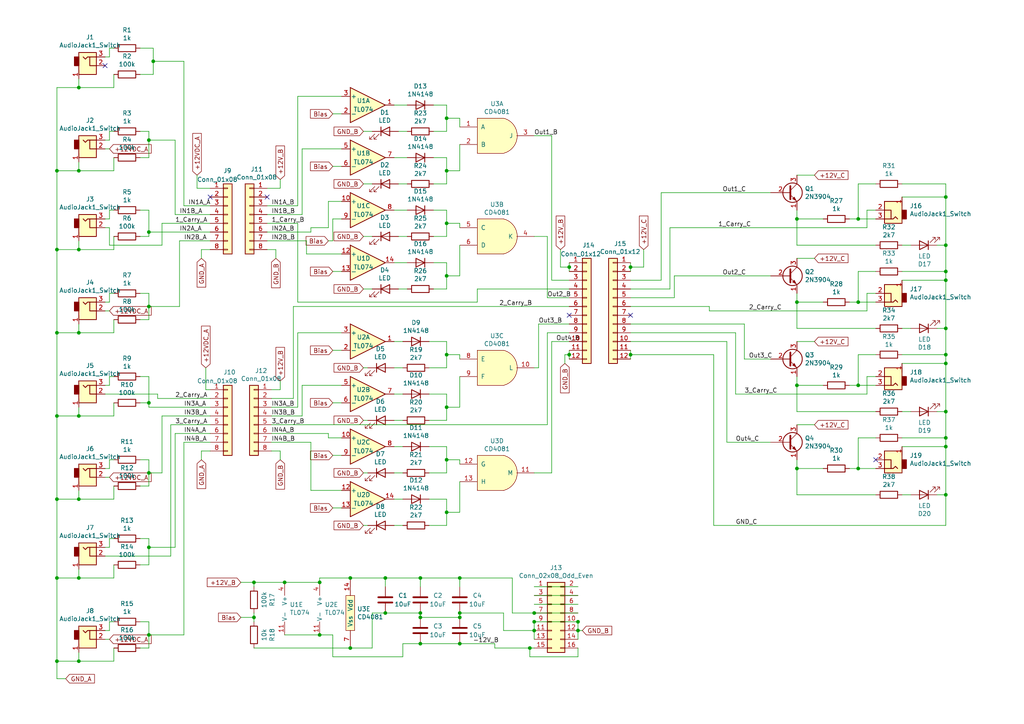
<source format=kicad_sch>
(kicad_sch (version 20250114) (generator "eeschema") (generator_version "9.0")
  (paper "A4")
  (junction (at 274.32 95.25))
  (junction (at 101.6 187.96))
  (junction (at 167.64 180.34))
  (junction (at 154.94 182.88))
  (junction (at 248.92 87.63))
  (junction (at 16.51 144.78))
  (junction (at 22.86 96.52))
  (junction (at 92.71 184.15))
  (junction (at 133.35 186.69))
  (junction (at 153.67 187.96))
  (junction (at 274.32 127))
  (junction (at 154.94 177.8))
  (junction (at 274.32 105.41))
  (junction (at 274.32 78.74))
  (junction (at 22.86 167.64))
  (junction (at 22.86 144.78))
  (junction (at 231.14 87.63))
  (junction (at 182.88 102.87))
  (junction (at 121.92 186.69))
  (junction (at 154.94 180.34))
  (junction (at 129.54 102.87))
  (junction (at 248.92 135.89))
  (junction (at 22.86 49.53))
  (junction (at 22.86 191.77))
  (junction (at 129.54 64.77))
  (junction (at 129.54 133.35))
  (junction (at 133.35 177.8))
  (junction (at 43.18 137.16))
  (junction (at 44.45 17.78))
  (junction (at 43.18 184.15))
  (junction (at 274.32 119.38))
  (junction (at 82.55 168.91))
  (junction (at 165.1 102.87))
  (junction (at 248.92 63.5))
  (junction (at 133.35 167.64))
  (junction (at 274.32 81.28))
  (junction (at 43.18 116.84))
  (junction (at 22.86 120.65))
  (junction (at 43.18 40.64))
  (junction (at 248.92 111.76))
  (junction (at 274.32 102.87))
  (junction (at 16.51 96.52))
  (junction (at 16.51 49.53))
  (junction (at 129.54 34.29))
  (junction (at 129.54 148.59))
  (junction (at 73.66 168.91))
  (junction (at 16.51 120.65))
  (junction (at 22.86 25.4))
  (junction (at 129.54 49.53))
  (junction (at 16.51 167.64))
  (junction (at 121.92 177.8))
  (junction (at 129.54 118.11))
  (junction (at 274.32 71.12))
  (junction (at 231.14 135.89))
  (junction (at 274.32 57.15))
  (junction (at 165.1 77.47))
  (junction (at 182.88 77.47))
  (junction (at 121.92 179.07))
  (junction (at 111.76 167.64))
  (junction (at 43.18 88.9))
  (junction (at 231.14 111.76))
  (junction (at 231.14 63.5))
  (junction (at 43.18 67.31))
  (junction (at 101.6 167.64))
  (junction (at 22.86 72.39))
  (junction (at 16.51 191.77))
  (junction (at 43.18 158.75))
  (junction (at 111.76 177.8))
  (junction (at 274.32 129.54))
  (junction (at 129.54 80.01))
  (junction (at 92.71 168.91))
  (junction (at 16.51 72.39))
  (junction (at 121.92 167.64))
  (junction (at 274.32 143.51))
  (junction (at 167.64 182.88))
  (junction (at 133.35 179.07))
  (junction (at 73.66 179.07))
  (no_connect (at 77.47 57.15))
  (no_connect (at 30.48 19.05))
  (no_connect (at 60.96 57.15))
  (no_connect (at 182.88 91.44))
  (no_connect (at 254 133.35))
  (no_connect (at 165.1 91.44))
  (wire (pts (xy 90.17 66.04) (xy 95.25 66.04)))
  (wire (pts (xy 254 85.09) (xy 251.46 85.09)))
  (wire (pts (xy 125.73 76.2) (xy 129.54 76.2)))
  (wire (pts (xy 31.75 156.21) (xy 33.02 156.21)))
  (wire (pts (xy 78.74 120.65) (xy 87.63 120.65)))
  (wire (pts (xy 87.63 43.18) (xy 99.06 43.18)))
  (wire (pts (xy 31.75 71.12) (xy 31.75 66.04)))
  (wire (pts (xy 87.63 111.76) (xy 87.63 120.65)))
  (wire (pts (xy 129.54 118.11) (xy 129.54 121.92)))
  (wire (pts (xy 248.92 63.5) (xy 254 63.5)))
  (wire (pts (xy 248.92 87.63) (xy 254 87.63)))
  (wire (pts (xy 86.36 118.11) (xy 86.36 96.52)))
  (wire (pts (xy 77.47 62.23) (xy 87.63 62.23)))
  (wire (pts (xy 146.05 177.8) (xy 146.05 182.88)))
  (wire (pts (xy 231.14 50.8) (xy 236.22 50.8)))
  (wire (pts (xy 77.47 67.31) (xy 90.17 67.31)))
  (wire (pts (xy 22.86 93.98) (xy 22.86 96.52)))
  (wire (pts (xy 254 78.74) (xy 248.92 78.74)))
  (wire (pts (xy 82.55 184.15) (xy 92.71 184.15)))
  (wire (pts (xy 167.64 177.8) (xy 154.94 177.8)))
  (wire (pts (xy 31.75 85.09) (xy 33.02 85.09)))
  (wire (pts (xy 248.92 78.74) (xy 248.92 87.63)))
  (wire (pts (xy 52.07 88.9) (xy 43.18 88.9)))
  (wire (pts (xy 248.92 102.87) (xy 248.92 111.76)))
  (wire (pts (xy 46.99 137.16) (xy 43.18 137.16)))
  (wire (pts (xy 129.54 129.54) (xy 129.54 133.35)))
  (wire (pts (xy 167.64 175.26) (xy 154.94 175.26)))
  (wire (pts (xy 31.75 13.97) (xy 33.02 13.97)))
  (wire (pts (xy 160.02 81.28) (xy 160.02 39.37)))
  (wire (pts (xy 22.86 120.65) (xy 33.02 120.65)))
  (wire (pts (xy 30.48 111.76) (xy 31.75 111.76)))
  (wire (pts (xy 133.35 49.53) (xy 133.35 41.91)))
  (wire (pts (xy 22.86 142.24) (xy 22.86 144.78)))
  (wire (pts (xy 129.54 121.92) (xy 124.46 121.92)))
  (wire (pts (xy 92.71 184.15) (xy 96.52 184.15)))
  (wire (pts (xy 207.01 152.4) (xy 274.32 152.4)))
  (wire (pts (xy 186.69 72.39) (xy 186.69 77.47)))
  (wire (pts (xy 45.72 115.57) (xy 60.96 115.57)))
  (wire (pts (xy 85.09 88.9) (xy 85.09 115.57)))
  (wire (pts (xy 215.9 104.14) (xy 223.52 104.14)))
  (wire (pts (xy 210.82 99.06) (xy 210.82 128.27)))
  (wire (pts (xy 158.75 96.52) (xy 165.1 96.52)))
  (wire (pts (xy 22.86 49.53) (xy 33.02 49.53)))
  (wire (pts (xy 254 71.12) (xy 231.14 71.12)))
  (wire (pts (xy 59.69 113.03) (xy 59.69 106.68)))
  (wire (pts (xy 99.06 116.84) (xy 96.52 116.84)))
  (wire (pts (xy 165.1 83.82) (xy 138.43 83.82)))
  (wire (pts (xy 33.02 21.59) (xy 33.02 25.4)))
  (wire (pts (xy 40.64 38.1) (xy 43.18 38.1)))
  (wire (pts (xy 60.96 120.65) (xy 46.99 120.65)))
  (wire (pts (xy 133.35 36.83) (xy 133.35 34.29)))
  (wire (pts (xy 31.75 158.75) (xy 31.75 156.21)))
  (wire (pts (xy 22.86 25.4) (xy 33.02 25.4)))
  (wire (pts (xy 22.86 191.77) (xy 33.02 191.77)))
  (wire (pts (xy 133.35 80.01) (xy 133.35 71.12)))
  (wire (pts (xy 129.54 99.06) (xy 129.54 102.87)))
  (wire (pts (xy 118.11 68.58) (xy 115.57 68.58)))
  (wire (pts (xy 43.18 133.35) (xy 43.18 137.16)))
  (wire (pts (xy 31.75 40.64) (xy 31.75 38.1)))
  (wire (pts (xy 121.92 186.69) (xy 133.35 186.69)))
  (wire (pts (xy 46.99 71.12) (xy 31.75 71.12)))
  (wire (pts (xy 158.75 68.58) (xy 158.75 86.36)))
  (wire (pts (xy 261.62 143.51) (xy 264.16 143.51)))
  (wire (pts (xy 114.3 30.48) (xy 118.11 30.48)))
  (wire (pts (xy 86.36 96.52) (xy 99.06 96.52)))
  (wire (pts (xy 96.52 69.85) (xy 95.25 69.85)))
  (wire (pts (xy 165.1 101.6) (xy 165.1 102.87)))
  (wire (pts (xy 124.46 129.54) (xy 129.54 129.54)))
  (wire (pts (xy 133.35 34.29) (xy 129.54 34.29)))
  (wire (pts (xy 254 109.22) (xy 251.46 109.22)))
  (wire (pts (xy 107.95 68.58) (xy 105.41 68.58)))
  (wire (pts (xy 22.86 96.52) (xy 16.51 96.52)))
  (wire (pts (xy 22.86 69.85) (xy 22.86 72.39)))
  (wire (pts (xy 165.1 77.47) (xy 165.1 76.2)))
  (wire (pts (xy 251.46 85.09) (xy 251.46 90.17)))
  (wire (pts (xy 261.62 78.74) (xy 274.32 78.74)))
  (wire (pts (xy 194.31 66.04) (xy 194.31 83.82)))
  (wire (pts (xy 85.09 115.57) (xy 78.74 115.57)))
  (wire (pts (xy 274.32 57.15) (xy 274.32 71.12)))
  (wire (pts (xy 143.51 186.69) (xy 133.35 186.69)))
  (wire (pts (xy 129.54 68.58) (xy 125.73 68.58)))
  (wire (pts (xy 92.71 167.64) (xy 101.6 167.64)))
  (wire (pts (xy 78.74 130.81) (xy 81.28 130.81)))
  (wire (pts (xy 30.48 182.88) (xy 31.75 182.88)))
  (wire (pts (xy 160.02 99.06) (xy 165.1 99.06)))
  (wire (pts (xy 30.48 43.18) (xy 31.75 43.18)))
  (wire (pts (xy 43.18 40.64) (xy 50.8 40.64)))
  (wire (pts (xy 22.86 22.86) (xy 22.86 25.4)))
  (wire (pts (xy 124.46 99.06) (xy 129.54 99.06)))
  (wire (pts (xy 129.54 102.87) (xy 129.54 106.68)))
  (wire (pts (xy 162.56 72.39) (xy 162.56 77.47)))
  (wire (pts (xy 129.54 144.78) (xy 129.54 148.59)))
  (wire (pts (xy 50.8 40.64) (xy 50.8 62.23)))
  (wire (pts (xy 138.43 87.63) (xy 86.36 87.63)))
  (wire (pts (xy 31.75 111.76) (xy 31.75 109.22)))
  (wire (pts (xy 57.15 54.61) (xy 57.15 50.8)))
  (wire (pts (xy 111.76 177.8) (xy 121.92 177.8)))
  (wire (pts (xy 16.51 144.78) (xy 16.51 167.64)))
  (wire (pts (xy 133.35 177.8) (xy 146.05 177.8)))
  (wire (pts (xy 116.84 106.68) (xy 114.3 106.68)))
  (wire (pts (xy 238.76 87.63) (xy 231.14 87.63)))
  (wire (pts (xy 160.02 39.37) (xy 154.94 39.37)))
  (wire (pts (xy 114.3 144.78) (xy 116.84 144.78)))
  (wire (pts (xy 274.32 127) (xy 274.32 129.54)))
  (wire (pts (xy 133.35 64.77) (xy 133.35 66.04)))
  (wire (pts (xy 31.75 87.63) (xy 31.75 85.09)))
  (wire (pts (xy 77.47 69.85) (xy 88.9 69.85)))
  (wire (pts (xy 22.86 167.64) (xy 33.02 167.64)))
  (wire (pts (xy 118.11 38.1) (xy 115.57 38.1)))
  (wire (pts (xy 118.11 83.82) (xy 115.57 83.82)))
  (wire (pts (xy 60.96 62.23) (xy 50.8 62.23)))
  (wire (pts (xy 254 102.87) (xy 248.92 102.87)))
  (wire (pts (xy 80.01 72.39) (xy 80.01 74.93)))
  (wire (pts (xy 33.02 68.58) (xy 33.02 72.39)))
  (wire (pts (xy 22.86 118.11) (xy 22.86 120.65)))
  (wire (pts (xy 52.07 69.85) (xy 52.07 88.9)))
  (wire (pts (xy 101.6 187.96) (xy 73.66 187.96)))
  (wire (pts (xy 231.14 71.12) (xy 231.14 63.5)))
  (wire (pts (xy 60.96 72.39) (xy 58.42 72.39)))
  (wire (pts (xy 31.75 180.34) (xy 33.02 180.34)))
  (wire (pts (xy 40.64 13.97) (xy 44.45 13.97)))
  (wire (pts (xy 44.45 21.59) (xy 40.64 21.59)))
  (wire (pts (xy 116.84 137.16) (xy 114.3 137.16)))
  (wire (pts (xy 231.14 74.93) (xy 236.22 74.93)))
  (wire (pts (xy 53.34 17.78) (xy 53.34 59.69)))
  (wire (pts (xy 143.51 187.96) (xy 143.51 186.69)))
  (wire (pts (xy 274.32 143.51) (xy 274.32 129.54)))
  (wire (pts (xy 154.94 187.96) (xy 153.67 187.96)))
  (wire (pts (xy 16.51 25.4) (xy 16.51 49.53)))
  (wire (pts (xy 236.22 123.19) (xy 231.14 123.19)))
  (wire (pts (xy 261.62 57.15) (xy 274.32 57.15)))
  (wire (pts (xy 129.54 118.11) (xy 133.35 118.11)))
  (wire (pts (xy 274.32 105.41) (xy 261.62 105.41)))
  (wire (pts (xy 160.02 137.16) (xy 160.02 99.06)))
  (wire (pts (xy 86.36 64.77) (xy 86.36 87.63)))
  (wire (pts (xy 60.96 67.31) (xy 43.18 67.31)))
  (wire (pts (xy 81.28 52.07) (xy 81.28 54.61)))
  (wire (pts (xy 133.35 104.14) (xy 133.35 102.87)))
  (wire (pts (xy 43.18 180.34) (xy 43.18 184.15)))
  (wire (pts (xy 43.18 118.11) (xy 43.18 116.84)))
  (wire (pts (xy 133.35 133.35) (xy 129.54 133.35)))
  (wire (pts (xy 129.54 148.59) (xy 133.35 148.59)))
  (wire (pts (xy 165.1 78.74) (xy 165.1 77.47)))
  (wire (pts (xy 31.75 16.51) (xy 31.75 13.97)))
  (wire (pts (xy 86.36 27.94) (xy 99.06 27.94)))
  (wire (pts (xy 246.38 111.76) (xy 248.92 111.76)))
  (wire (pts (xy 129.54 30.48) (xy 129.54 34.29)))
  (wire (pts (xy 231.14 143.51) (xy 231.14 135.89)))
  (wire (pts (xy 106.68 106.68) (xy 105.41 106.68)))
  (wire (pts (xy 274.32 81.28) (xy 261.62 81.28)))
  (wire (pts (xy 165.1 81.28) (xy 160.02 81.28)))
  (wire (pts (xy 121.92 179.07) (xy 133.35 179.07)))
  (wire (pts (xy 129.54 80.01) (xy 129.54 83.82)))
  (wire (pts (xy 106.68 152.4) (xy 105.41 152.4)))
  (wire (pts (xy 22.86 49.53) (xy 16.51 49.53)))
  (wire (pts (xy 274.32 105.41) (xy 274.32 119.38)))
  (wire (pts (xy 274.32 78.74) (xy 274.32 81.28)))
  (wire (pts (xy 121.92 167.64) (xy 121.92 170.18)))
  (wire (pts (xy 129.54 137.16) (xy 124.46 137.16)))
  (wire (pts (xy 44.45 17.78) (xy 53.34 17.78)))
  (wire (pts (xy 31.75 133.35) (xy 33.02 133.35)))
  (wire (pts (xy 261.62 102.87) (xy 274.32 102.87)))
  (wire (pts (xy 153.67 187.96) (xy 153.67 190.5)))
  (wire (pts (xy 133.35 177.8) (xy 133.35 179.07)))
  (wire (pts (xy 95.25 127) (xy 99.06 127)))
  (wire (pts (xy 182.88 96.52) (xy 213.36 96.52)))
  (wire (pts (xy 60.96 128.27) (xy 53.34 128.27)))
  (wire (pts (xy 254 60.96) (xy 251.46 60.96)))
  (wire (pts (xy 22.86 25.4) (xy 16.51 25.4)))
  (wire (pts (xy 78.74 128.27) (xy 90.17 128.27)))
  (wire (pts (xy 114.3 129.54) (xy 116.84 129.54)))
  (wire (pts (xy 16.51 49.53) (xy 16.51 72.39)))
  (wire (pts (xy 69.85 179.07) (xy 73.66 179.07)))
  (wire (pts (xy 129.54 106.68) (xy 124.46 106.68)))
  (wire (pts (xy 60.96 113.03) (xy 59.69 113.03)))
  (wire (pts (xy 40.64 60.96) (xy 43.18 60.96)))
  (wire (pts (xy 81.28 54.61) (xy 77.47 54.61)))
  (wire (pts (xy 30.48 158.75) (xy 31.75 158.75)))
  (wire (pts (xy 22.86 46.99) (xy 22.86 49.53)))
  (wire (pts (xy 274.32 95.25) (xy 274.32 102.87)))
  (wire (pts (xy 129.54 53.34) (xy 125.73 53.34)))
  (wire (pts (xy 271.78 119.38) (xy 274.32 119.38)))
  (wire (pts (xy 31.75 138.43) (xy 30.48 138.43)))
  (wire (pts (xy 107.95 177.8) (xy 111.76 177.8)))
  (wire (pts (xy 254 143.51) (xy 231.14 143.51)))
  (wire (pts (xy 231.14 95.25) (xy 231.14 87.63)))
  (wire (pts (xy 254 127) (xy 248.92 127)))
  (wire (pts (xy 251.46 90.17) (xy 205.74 90.17)))
  (wire (pts (xy 205.74 90.17) (xy 205.74 88.9)))
  (wire (pts (xy 125.73 60.96) (xy 129.54 60.96)))
  (wire (pts (xy 60.96 125.73) (xy 50.8 125.73)))
  (wire (pts (xy 271.78 71.12) (xy 274.32 71.12)))
  (wire (pts (xy 154.94 68.58) (xy 158.75 68.58)))
  (wire (pts (xy 129.54 60.96) (xy 129.54 64.77)))
  (wire (pts (xy 125.73 30.48) (xy 129.54 30.48)))
  (wire (pts (xy 45.72 115.57) (xy 45.72 114.3)))
  (wire (pts (xy 40.64 109.22) (xy 43.18 109.22)))
  (wire (pts (xy 40.64 156.21) (xy 43.18 156.21)))
  (wire (pts (xy 73.66 168.91) (xy 82.55 168.91)))
  (wire (pts (xy 114.3 45.72) (xy 118.11 45.72)))
  (wire (pts (xy 124.46 144.78) (xy 129.54 144.78)))
  (wire (pts (xy 73.66 179.07) (xy 73.66 180.34)))
  (wire (pts (xy 33.02 163.83) (xy 33.02 167.64)))
  (wire (pts (xy 30.48 16.51) (xy 31.75 16.51)))
  (wire (pts (xy 182.88 102.87) (xy 182.88 101.6)))
  (wire (pts (xy 148.59 167.64) (xy 133.35 167.64)))
  (wire (pts (xy 40.64 133.35) (xy 43.18 133.35)))
  (wire (pts (xy 90.17 128.27) (xy 90.17 142.24)))
  (wire (pts (xy 182.88 104.14) (xy 182.88 102.87)))
  (wire (pts (xy 231.14 119.38) (xy 231.14 111.76)))
  (wire (pts (xy 111.76 167.64) (xy 121.92 167.64)))
  (wire (pts (xy 248.92 53.34) (xy 254 53.34)))
  (wire (pts (xy 129.54 49.53) (xy 133.35 49.53)))
  (wire (pts (xy 254 119.38) (xy 231.14 119.38)))
  (wire (pts (xy 154.94 177.8) (xy 148.59 177.8)))
  (wire (pts (xy 99.06 78.74) (xy 96.52 78.74)))
  (wire (pts (xy 153.67 190.5) (xy 167.64 190.5)))
  (wire (pts (xy 40.64 85.09) (xy 43.18 85.09)))
  (wire (pts (xy 129.54 152.4) (xy 124.46 152.4)))
  (wire (pts (xy 261.62 119.38) (xy 264.16 119.38)))
  (wire (pts (xy 261.62 53.34) (xy 274.32 53.34)))
  (wire (pts (xy 96.52 184.15) (xy 96.52 190.5)))
  (wire (pts (xy 205.74 88.9) (xy 182.88 88.9)))
  (wire (pts (xy 81.28 130.81) (xy 81.28 133.35)))
  (wire (pts (xy 99.06 101.6) (xy 96.52 101.6)))
  (wire (pts (xy 114.3 114.3) (xy 116.84 114.3)))
  (wire (pts (xy 251.46 60.96) (xy 251.46 66.04)))
  (wire (pts (xy 106.68 137.16) (xy 105.41 137.16)))
  (wire (pts (xy 271.78 95.25) (xy 274.32 95.25)))
  (wire (pts (xy 50.8 125.73) (xy 50.8 158.75)))
  (wire (pts (xy 78.74 125.73) (xy 95.25 125.73)))
  (wire (pts (xy 251.46 114.3) (xy 213.36 114.3)))
  (wire (pts (xy 43.18 163.83) (xy 40.64 163.83)))
  (wire (pts (xy 194.31 83.82) (xy 182.88 83.82)))
  (wire (pts (xy 33.02 187.96) (xy 33.02 191.77)))
  (wire (pts (xy 60.96 69.85) (xy 52.07 69.85)))
  (wire (pts (xy 129.54 49.53) (xy 129.54 53.34)))
  (wire (pts (xy 186.69 77.47) (xy 182.88 77.47)))
  (wire (pts (xy 133.35 102.87) (xy 129.54 102.87)))
  (wire (pts (xy 274.32 53.34) (xy 274.32 57.15)))
  (wire (pts (xy 261.62 71.12) (xy 264.16 71.12)))
  (wire (pts (xy 95.25 125.73) (xy 95.25 127)))
  (wire (pts (xy 162.56 77.47) (xy 165.1 77.47)))
  (wire (pts (xy 45.72 114.3) (xy 30.48 114.3)))
  (wire (pts (xy 191.77 55.88) (xy 223.52 55.88)))
  (wire (pts (xy 43.18 92.71) (xy 40.64 92.71)))
  (wire (pts (xy 16.51 191.77) (xy 16.51 167.64)))
  (wire (pts (xy 22.86 120.65) (xy 16.51 120.65)))
  (wire (pts (xy 81.28 113.03) (xy 78.74 113.03)))
  (wire (pts (xy 254 95.25) (xy 231.14 95.25)))
  (wire (pts (xy 33.02 45.72) (xy 33.02 49.53)))
  (wire (pts (xy 274.32 152.4) (xy 274.32 143.51)))
  (wire (pts (xy 129.54 76.2) (xy 129.54 80.01)))
  (wire (pts (xy 53.34 128.27) (xy 53.34 184.15)))
  (wire (pts (xy 107.95 38.1) (xy 105.41 38.1)))
  (wire (pts (xy 248.92 111.76) (xy 254 111.76)))
  (wire (pts (xy 60.96 54.61) (xy 57.15 54.61)))
  (wire (pts (xy 99.06 33.02) (xy 96.52 33.02)))
  (wire (pts (xy 246.38 87.63) (xy 248.92 87.63)))
  (wire (pts (xy 156.21 106.68) (xy 156.21 93.98)))
  (wire (pts (xy 16.51 196.85) (xy 16.51 191.77)))
  (wire (pts (xy 86.36 64.77) (xy 77.47 64.77)))
  (wire (pts (xy 95.25 58.42) (xy 99.06 58.42)))
  (wire (pts (xy 210.82 128.27) (xy 223.52 128.27)))
  (wire (pts (xy 31.75 66.04) (xy 30.48 66.04)))
  (wire (pts (xy 167.64 180.34) (xy 167.64 182.88)))
  (wire (pts (xy 111.76 167.64) (xy 111.76 170.18)))
  (wire (pts (xy 43.18 60.96) (xy 43.18 67.31)))
  (wire (pts (xy 43.18 184.15) (xy 43.18 187.96)))
  (wire (pts (xy 146.05 182.88) (xy 154.94 182.88)))
  (wire (pts (xy 168.91 182.88) (xy 167.64 182.88)))
  (wire (pts (xy 114.3 76.2) (xy 118.11 76.2)))
  (wire (pts (xy 238.76 135.89) (xy 231.14 135.89)))
  (wire (pts (xy 96.52 190.5) (xy 116.84 190.5)))
  (wire (pts (xy 16.51 96.52) (xy 16.51 120.65)))
  (wire (pts (xy 248.92 135.89) (xy 254 135.89)))
  (wire (pts (xy 231.14 99.06) (xy 236.22 99.06)))
  (wire (pts (xy 231.14 63.5) (xy 231.14 60.96)))
  (wire (pts (xy 107.95 83.82) (xy 105.41 83.82)))
  (wire (pts (xy 46.99 71.12) (xy 46.99 64.77)))
  (wire (pts (xy 238.76 111.76) (xy 231.14 111.76)))
  (wire (pts (xy 129.54 148.59) (xy 129.54 152.4)))
  (wire (pts (xy 43.18 67.31) (xy 43.18 68.58)))
  (wire (pts (xy 231.14 111.76) (xy 231.14 109.22)))
  (wire (pts (xy 248.92 63.5) (xy 248.92 53.34)))
  (wire (pts (xy 246.38 63.5) (xy 248.92 63.5)))
  (wire (pts (xy 165.1 102.87) (xy 165.1 104.14)))
  (wire (pts (xy 129.54 133.35) (xy 129.54 137.16)))
  (wire (pts (xy 31.75 63.5) (xy 31.75 60.96)))
  (wire (pts (xy 86.36 27.94) (xy 86.36 59.69)))
  (wire (pts (xy 118.11 53.34) (xy 115.57 53.34)))
  (wire (pts (xy 22.86 96.52) (xy 33.02 96.52)))
  (wire (pts (xy 33.02 92.71) (xy 33.02 96.52)))
  (wire (pts (xy 101.6 187.96) (xy 107.95 187.96)))
  (wire (pts (xy 31.75 185.42) (xy 30.48 185.42)))
  (wire (pts (xy 22.86 72.39) (xy 16.51 72.39)))
  (wire (pts (xy 90.17 142.24) (xy 99.06 142.24)))
  (wire (pts (xy 73.66 177.8) (xy 73.66 179.07)))
  (wire (pts (xy 30.48 63.5) (xy 31.75 63.5)))
  (wire (pts (xy 22.86 191.77) (xy 16.51 191.77)))
  (wire (pts (xy 195.58 86.36) (xy 182.88 86.36)))
  (wire (pts (xy 43.18 137.16) (xy 43.18 140.97)))
  (wire (pts (xy 69.85 168.91) (xy 73.66 168.91)))
  (wire (pts (xy 153.67 187.96) (xy 143.51 187.96)))
  (wire (pts (xy 44.45 17.78) (xy 44.45 21.59)))
  (wire (pts (xy 33.02 116.84) (xy 33.02 120.65)))
  (wire (pts (xy 99.06 73.66) (xy 88.9 73.66)))
  (wire (pts (xy 96.52 63.5) (xy 96.52 69.85)))
  (wire (pts (xy 116.84 121.92) (xy 114.3 121.92)))
  (wire (pts (xy 124.46 114.3) (xy 129.54 114.3)))
  (wire (pts (xy 30.48 87.63) (xy 31.75 87.63)))
  (wire (pts (xy 133.35 167.64) (xy 133.35 170.18)))
  (wire (pts (xy 148.59 177.8) (xy 148.59 167.64)))
  (wire (pts (xy 274.32 119.38) (xy 274.32 127)))
  (wire (pts (xy 156.21 93.98) (xy 165.1 93.98)))
  (wire (pts (xy 182.88 77.47) (xy 182.88 76.2)))
  (wire (pts (xy 60.96 123.19) (xy 49.53 123.19)))
  (wire (pts (xy 274.32 129.54) (xy 261.62 129.54)))
  (wire (pts (xy 49.53 123.19) (xy 49.53 161.29)))
  (wire (pts (xy 43.18 156.21) (xy 43.18 158.75)))
  (wire (pts (xy 261.62 127) (xy 274.32 127)))
  (wire (pts (xy 129.54 64.77) (xy 129.54 68.58)))
  (wire (pts (xy 31.75 135.89) (xy 31.75 133.35)))
  (wire (pts (xy 77.47 59.69) (xy 86.36 59.69)))
  (wire (pts (xy 16.51 167.64) (xy 22.86 167.64)))
  (wire (pts (xy 246.38 135.89) (xy 248.92 135.89)))
  (wire (pts (xy 60.96 118.11) (xy 43.18 118.11)))
  (wire (pts (xy 60.96 130.81) (xy 58.42 130.81)))
  (wire (pts (xy 129.54 34.29) (xy 129.54 38.1)))
  (wire (pts (xy 73.66 168.91) (xy 73.66 170.18)))
  (wire (pts (xy 99.06 48.26) (xy 96.52 48.26)))
  (wire (pts (xy 191.77 55.88) (xy 191.77 81.28)))
  (wire (pts (xy 31.75 109.22) (xy 33.02 109.22)))
  (wire (pts (xy 167.64 180.34) (xy 154.94 180.34)))
  (wire (pts (xy 46.99 64.77) (xy 60.96 64.77)))
  (wire (pts (xy 274.32 71.12) (xy 274.32 78.74)))
  (wire (pts (xy 22.86 144.78) (xy 33.02 144.78)))
  (wire (pts (xy 85.09 88.9) (xy 165.1 88.9)))
  (wire (pts (xy 163.83 102.87) (xy 163.83 105.41)))
  (wire (pts (xy 31.75 60.96) (xy 33.02 60.96)))
  (wire (pts (xy 274.32 102.87) (xy 274.32 105.41)))
  (wire (pts (xy 16.51 120.65) (xy 16.51 144.78)))
  (wire (pts (xy 116.84 152.4) (xy 114.3 152.4)))
  (wire (pts (xy 58.42 130.81) (xy 58.42 133.35)))
  (wire (pts (xy 78.74 118.11) (xy 86.36 118.11)))
  (wire (pts (xy 133.35 118.11) (xy 133.35 109.22)))
  (wire (pts (xy 261.62 95.25) (xy 264.16 95.25)))
  (wire (pts (xy 129.54 114.3) (xy 129.54 118.11)))
  (wire (pts (xy 251.46 109.22) (xy 251.46 114.3)))
  (wire (pts (xy 43.18 116.84) (xy 40.64 116.84)))
  (wire (pts (xy 121.92 167.64) (xy 133.35 167.64)))
  (wire (pts (xy 182.88 99.06) (xy 210.82 99.06)))
  (wire (pts (xy 31.75 38.1) (xy 33.02 38.1)))
  (wire (pts (xy 207.01 102.87) (xy 207.01 152.4)))
  (wire (pts (xy 92.71 168.91) (xy 92.71 167.64)))
  (wire (pts (xy 43.18 45.72) (xy 40.64 45.72)))
  (wire (pts (xy 133.35 134.62) (xy 133.35 133.35)))
  (wire (pts (xy 215.9 93.98) (xy 215.9 104.14)))
  (wire (pts (xy 195.58 80.01) (xy 223.52 80.01)))
  (wire (pts (xy 16.51 72.39) (xy 16.51 96.52)))
  (wire (pts (xy 182.88 93.98) (xy 215.9 93.98)))
  (wire (pts (xy 87.63 111.76) (xy 99.06 111.76)))
  (wire (pts (xy 195.58 80.01) (xy 195.58 86.36)))
  (wire (pts (xy 129.54 64.77) (xy 133.35 64.77)))
  (wire (pts (xy 129.54 45.72) (xy 129.54 49.53)))
  (wire (pts (xy 40.64 180.34) (xy 43.18 180.34)))
  (wire (pts (xy 182.88 78.74) (xy 182.88 77.47)))
  (wire (pts (xy 58.42 72.39) (xy 58.42 74.93)))
  (wire (pts (xy 116.84 186.69) (xy 121.92 186.69)))
  (wire (pts (xy 106.68 121.92) (xy 105.41 121.92)))
  (wire (pts (xy 87.63 43.18) (xy 87.63 62.23)))
  (wire (pts (xy 213.36 114.3) (xy 213.36 96.52)))
  (wire (pts (xy 154.94 172.72) (xy 167.64 172.72)))
  (wire (pts (xy 31.75 182.88) (xy 31.75 180.34)))
  (wire (pts (xy 238.76 63.5) (xy 231.14 63.5)))
  (wire (pts (xy 154.94 182.88) (xy 154.94 180.34)))
  (wire (pts (xy 99.06 132.08) (xy 96.52 132.08)))
  (wire (pts (xy 44.45 13.97) (xy 44.45 17.78)))
  (wire (pts (xy 167.64 190.5) (xy 167.64 187.96)))
  (wire (pts (xy 78.74 123.19) (xy 158.75 123.19)))
  (wire (pts (xy 129.54 38.1) (xy 125.73 38.1)))
  (wire (pts (xy 95.25 66.04) (xy 95.25 58.42)))
  (wire (pts (xy 191.77 81.28) (xy 182.88 81.28)))
  (wire (pts (xy 22.86 165.1) (xy 22.86 167.64)))
  (wire (pts (xy 154.94 106.68) (xy 156.21 106.68)))
  (wire (pts (xy 46.99 120.65) (xy 46.99 137.16)))
  (wire (pts (xy 16.51 196.85) (xy 19.05 196.85)))
  (wire (pts (xy 167.64 182.88) (xy 167.64 185.42)))
  (wire (pts (xy 33.02 140.97) (xy 33.02 144.78)))
  (wire (pts (xy 271.78 143.51) (xy 274.32 143.51)))
  (wire (pts (xy 60.96 59.69) (xy 53.34 59.69)))
  (wire (pts (xy 194.31 66.04) (xy 251.46 66.04)))
  (wire (pts (xy 167.64 170.18) (xy 154.94 170.18)))
  (wire (pts (xy 22.86 189.23) (xy 22.86 191.77)))
  (wire (pts (xy 121.92 177.8) (xy 121.92 179.07)))
  (wire (pts (xy 43.18 38.1) (xy 43.18 40.64)))
  (wire (pts (xy 138.43 83.82) (xy 138.43 87.63)))
  (wire (pts (xy 165.1 102.87) (xy 163.83 102.87)))
  (wire (pts (xy 30.48 40.64) (xy 31.75 40.64)))
  (wire (pts (xy 30.48 135.89) (xy 31.75 135.89)))
  (wire (pts (xy 116.84 190.5) (xy 116.84 186.69)))
  (wire (pts (xy 231.14 135.89) (xy 231.14 133.35)))
  (wire (pts (xy 99.06 147.32) (xy 96.52 147.32)))
  (wire (pts (xy 99.06 63.5) (xy 96.52 63.5)))
  (wire (pts (xy 43.18 187.96) (xy 40.64 187.96)))
  (wire (pts (xy 107.95 187.96) (xy 107.95 177.8)))
  (wire (pts (xy 154.94 137.16) (xy 160.02 137.16)))
  (wire (pts (xy 90.17 67.31) (xy 90.17 66.04)))
  (wire (pts (xy 53.34 184.15) (xy 43.18 184.15)))
  (wire (pts (xy 43.18 68.58) (xy 40.64 68.58)))
  (wire (pts (xy 88.9 69.85) (xy 88.9 73.66)))
  (wire (pts (xy 248.92 127) (xy 248.92 135.89)))
  (wire (pts (xy 231.14 87.63) (xy 231.14 85.09)))
  (wire (pts (xy 274.32 81.28) (xy 274.32 95.25)))
  (wire (pts (xy 77.47 72.39) (xy 80.01 72.39)))
  (wire (pts (xy 154.94 182.88) (xy 154.94 185.42)))
  (wire (pts (xy 43.18 40.64) (xy 43.18 45.72)))
  (wire (pts (xy 43.18 109.22) (xy 43.18 116.84)))
  (wire (pts (xy 50.8 158.75) (xy 43.18 158.75)))
  (wire (pts (xy 107.95 53.34) (xy 105.41 53.34)))
  (wire (pts (xy 158.75 86.36) (xy 165.1 86.36)))
  (wire (pts (xy 129.54 80.01) (xy 133.35 80.01)))
  (wire (pts (xy 22.86 144.78) (xy 16.51 144.78)))
  (wire (pts (xy 129.54 83.82) (xy 125.73 83.82)))
  (wire (pts (xy 82.55 168.91) (xy 92.71 168.91)))
  (wire (pts (xy 81.28 110.49) (xy 81.28 113.03)))
  (wire (pts (xy 114.3 99.06) (xy 116.84 99.06)))
  (wire (pts (xy 182.88 102.87) (xy 207.01 102.87)))
  (wire (pts (xy 43.18 88.9) (xy 43.18 92.71)))
  (wire (pts (xy 31.75 90.17) (xy 30.48 90.17)))
  (wire (pts (xy 158.75 123.19) (xy 158.75 96.52)))
  (wire (pts (xy 30.48 161.29) (xy 49.53 161.29)))
  (wire (pts (xy 101.6 167.64) (xy 111.76 167.64)))
  (wire (pts (xy 43.18 140.97) (xy 40.64 140.97)))
  (wire (pts (xy 43.18 85.09) (xy 43.18 88.9)))
  (wire (pts (xy 125.73 45.72) (xy 129.54 45.72)))
  (wire (pts (xy 43.18 158.75) (xy 43.18 163.83)))
  (wire (pts (xy 22.86 72.39) (xy 33.02 72.39)))
  (wire (pts (xy 133.35 148.59) (xy 133.35 139.7)))
  (wire (pts (xy 114.3 60.96) (xy 118.11 60.96)))
  (label "IN4B_A" (at 53.34 128.27 0))
  (label "IN2A_B" (at 78.74 67.31 0))
  (label "IN1A_B" (at 78.74 59.69 0))
  (label "2_Carry_C" (at 217.17 90.17 0))
  (label "Out4_B" (at 161.29 99.06 0))
  (label "IN3A_A" (at 53.34 118.11 0))
  (label "IN1B_A" (at 52.07 62.23 0))
  (label "IN1B_B" (at 78.74 62.23 0))
  (label "1_Carry_B" (at 78.74 64.77 0))
  (label "Out4_C" (at 213.36 128.27 0))
  (label "IN2B_A" (at 53.34 69.85 0))
  (label "Out3_C" (at 217.17 104.14 0))
  (label "2_Carry_B" (at 144.78 88.9 0))
  (label "IN3B_A" (at 53.34 120.65 0))
  (label "3_Carry_B" (at 78.74 123.19 0))
  (label "1_Carry_C" (at 208.28 66.04 0))
  (label "Out2_B" (at 158.75 86.36 0))
  (label "IN4A_A" (at 53.34 125.73 0))
  (label "-12V_B" (at 137.16 186.69 0))
  (label "IN3B_B" (at 78.74 120.65 0))
  (label "IN3A_B" (at 78.74 118.11 0))
  (label "IN2B_B" (at 78.74 69.85 0))
  (label "GND_C" (at 213.36 152.4 0))
  (label "3_Carry_C" (at 215.9 114.3 0))
  (label "3_Carry_A" (at 50.8 123.19 0))
  (label "Out3_B" (at 156.21 93.98 0))
  (label "Out1_C" (at 209.55 55.88 0))
  (label "2_Carry_A" (at 50.8 115.57 0))
  (label "Out2_C" (at 209.55 80.01 0))
  (label "IN2A_A" (at 52.07 67.31 0))
  (label "Out1_B" (at 154.94 39.37 0))
  (label "IN4A_B" (at 78.74 125.73 0))
  (label "IN4B_B" (at 78.74 128.27 0))
  (label "IN1A_A" (at 54.61 59.69 0))
  (label "1_Carry_A" (at 50.8 64.77 0))
  (global_label "+12V_C" (shape input) (at 236.22 50.8 0) (property "Intersheetrefs" "${INTERSHEET_REFS}" (effects (hide yes))))
  (global_label "Bias" (shape input) (at 95.25 69.85 180) (property "Intersheetrefs" "${INTERSHEET_REFS}" (effects (hide yes))))
  (global_label "GND_B" (shape input) (at 105.41 53.34 180) (property "Intersheetrefs" "${INTERSHEET_REFS}" (effects (hide yes))))
  (global_label "GND_A" (shape input) (at 58.42 133.35 270) (property "Intersheetrefs" "${INTERSHEET_REFS}" (effects (hide yes))))
  (global_label "+12VDC_A" (shape input) (at 57.15 50.8 90) (property "Intersheetrefs" "${INTERSHEET_REFS}" (effects (hide yes))))
  (global_label "+12V_C" (shape input) (at 236.22 74.93 0) (property "Intersheetrefs" "${INTERSHEET_REFS}" (effects (hide yes))))
  (global_label "+12VDC_A" (shape input) (at 31.75 138.43 0) (property "Intersheetrefs" "${INTERSHEET_REFS}" (effects (hide yes))))
  (global_label "+12VDC_A" (shape input) (at 31.75 43.18 0) (property "Intersheetrefs" "${INTERSHEET_REFS}" (effects (hide yes))))
  (global_label "+12V_B" (shape input) (at 81.28 110.49 90) (property "Intersheetrefs" "${INTERSHEET_REFS}" (effects (hide yes))))
  (global_label "Bias" (shape input) (at 96.52 48.26 180) (property "Intersheetrefs" "${INTERSHEET_REFS}" (effects (hide yes))))
  (global_label "Bias" (shape input) (at 96.52 132.08 180) (property "Intersheetrefs" "${INTERSHEET_REFS}" (effects (hide yes))))
  (global_label "Bias" (shape input) (at 96.52 116.84 180) (property "Intersheetrefs" "${INTERSHEET_REFS}" (effects (hide yes))))
  (global_label "Bias" (shape input) (at 96.52 78.74 180) (property "Intersheetrefs" "${INTERSHEET_REFS}" (effects (hide yes))))
  (global_label "GND_B" (shape input) (at 163.83 105.41 270) (property "Intersheetrefs" "${INTERSHEET_REFS}" (effects (hide yes))))
  (global_label "+12VDC_A" (shape input) (at 31.75 185.42 0) (property "Intersheetrefs" "${INTERSHEET_REFS}" (effects (hide yes))))
  (global_label "Bias" (shape input) (at 96.52 101.6 180) (property "Intersheetrefs" "${INTERSHEET_REFS}" (effects (hide yes))))
  (global_label "GND_B" (shape input) (at 105.41 83.82 180) (property "Intersheetrefs" "${INTERSHEET_REFS}" (effects (hide yes))))
  (global_label "GND_B" (shape input) (at 81.28 133.35 270) (property "Intersheetrefs" "${INTERSHEET_REFS}" (effects (hide yes))))
  (global_label "GND_A" (shape input) (at 19.05 196.85 0) (property "Intersheetrefs" "${INTERSHEET_REFS}" (effects (hide yes))))
  (global_label "+12VDC_A" (shape input) (at 59.69 106.68 90) (property "Intersheetrefs" "${INTERSHEET_REFS}" (effects (hide yes))))
  (global_label "GND_B" (shape input) (at 105.41 68.58 180) (property "Intersheetrefs" "${INTERSHEET_REFS}" (effects (hide yes))))
  (global_label "+12V_C" (shape input) (at 236.22 123.19 0) (property "Intersheetrefs" "${INTERSHEET_REFS}" (effects (hide yes))))
  (global_label "GND_B" (shape input) (at 105.41 106.68 180) (property "Intersheetrefs" "${INTERSHEET_REFS}" (effects (hide yes))))
  (global_label "Bias" (shape input) (at 96.52 33.02 180) (property "Intersheetrefs" "${INTERSHEET_REFS}" (effects (hide yes))))
  (global_label "+12V_B" (shape input) (at 69.85 168.91 180) (property "Intersheetrefs" "${INTERSHEET_REFS}" (effects (hide yes))))
  (global_label "+12VDC_A" (shape input) (at 31.75 90.17 0) (property "Intersheetrefs" "${INTERSHEET_REFS}" (effects (hide yes))))
  (global_label "GND_B" (shape input) (at 105.41 38.1 180) (property "Intersheetrefs" "${INTERSHEET_REFS}" (effects (hide yes))))
  (global_label "GND_B" (shape input) (at 105.41 121.92 180) (property "Intersheetrefs" "${INTERSHEET_REFS}" (effects (hide yes))))
  (global_label "GND_B" (shape input) (at 80.01 74.93 270) (property "Intersheetrefs" "${INTERSHEET_REFS}" (effects (hide yes))))
  (global_label "+12V_C" (shape input) (at 186.69 72.39 90) (property "Intersheetrefs" "${INTERSHEET_REFS}" (effects (hide yes))))
  (global_label "+12V_B" (shape input) (at 162.56 72.39 90) (property "Intersheetrefs" "${INTERSHEET_REFS}" (effects (hide yes))))
  (global_label "Bias" (shape input) (at 96.52 147.32 180) (property "Intersheetrefs" "${INTERSHEET_REFS}" (effects (hide yes))))
  (global_label "GND_B" (shape input) (at 105.41 137.16 180) (property "Intersheetrefs" "${INTERSHEET_REFS}" (effects (hide yes))))
  (global_label "GND_A" (shape input) (at 58.42 74.93 270) (property "Intersheetrefs" "${INTERSHEET_REFS}" (effects (hide yes))))
  (global_label "GND_B" (shape input) (at 168.91 182.88 0) (property "Intersheetrefs" "${INTERSHEET_REFS}" (effects (hide yes))))
  (global_label "GND_B" (shape input) (at 105.41 152.4 180) (property "Intersheetrefs" "${INTERSHEET_REFS}" (effects (hide yes))))
  (global_label "+12V_B" (shape input) (at 81.28 52.07 90) (property "Intersheetrefs" "${INTERSHEET_REFS}" (effects (hide yes))))
  (global_label "Bias" (shape input) (at 69.85 179.07 180) (property "Intersheetrefs" "${INTERSHEET_REFS}" (effects (hide yes))))
  (global_label "+12V_C" (shape input) (at 236.22 99.06 0) (property "Intersheetrefs" "${INTERSHEET_REFS}" (effects (hide yes))))
  (symbol (lib_id "Connector_Generic:Conn_02x08_Odd_Even") (at 160.02 177.8 0) (unit 1)
    (property "Reference" "J13" (at 161.29 164.6682 0))
    (property "Value" "Conn_02x08_Odd_Even" (at 161.29 166.9796 0))
    (property "Footprint" "Pin_Headers:Pin_Header_Straight_2x08_Pitch2.54mm" (effects (hide yes)))
  )
  (symbol (lib_id "Custom_Lib:AudioJack1_Switch") (at 25.4 19.05 0) (unit 1)
    (property "Reference" "J1" (at 26.1112 10.795 0))
    (property "Value" "AudioJack1_Switch" (at 26.1112 13.1064 0))
    (property "Footprint" "Custom_Library:Mono_Jack_3.5mm_Switch_Switchcraft_35RAPC2AH3" (effects (hide yes)))
  )
  (symbol (lib_id "Custom_Lib:AudioJack1_Switch") (at 259.08 60.96 180) (unit 1)
    (property "Reference" "J16" (at 263.8552 59.7154 0) (effects (justify right)))
    (property "Value" "AudioJack1_Switch" (at 263.8552 62.0268 0) (effects (justify right)))
    (property "Footprint" "Custom_Library:Mono_Jack_3.5mm_Switch_Switchcraft_35RAPC2AH3" (effects (hide yes)))
  )
  (symbol (lib_id "Custom_Lib:AudioJack1_Switch") (at 259.08 85.09 180) (unit 1)
    (property "Reference" "J17" (at 263.8552 83.8454 0) (effects (justify right)))
    (property "Value" "AudioJack1_Switch" (at 263.8552 86.1568 0) (effects (justify right)))
    (property "Footprint" "Custom_Library:Mono_Jack_3.5mm_Switch_Switchcraft_35RAPC2AH3" (effects (hide yes)))
  )
  (symbol (lib_id "Custom_Lib:AudioJack1_Switch") (at 259.08 133.35 180) (unit 1)
    (property "Reference" "J19" (at 263.8552 132.1054 0) (effects (justify right)))
    (property "Value" "AudioJack1_Switch" (at 263.8552 134.4168 0) (effects (justify right)))
    (property "Footprint" "Custom_Library:Mono_Jack_3.5mm_Switch_Switchcraft_35RAPC2AH3" (effects (hide yes)))
  )
  (symbol (lib_id "Custom_Lib:AudioJack1_Switch") (at 259.08 109.22 180) (unit 1)
    (property "Reference" "J18" (at 263.8552 107.9754 0) (effects (justify right)))
    (property "Value" "AudioJack1_Switch" (at 263.8552 110.2868 0) (effects (justify right)))
    (property "Footprint" "Custom_Library:Mono_Jack_3.5mm_Switch_Switchcraft_35RAPC2AH3" (effects (hide yes)))
  )
  (symbol (lib_id "Device:C") (at 121.92 173.99 180) (unit 1)
    (property "Reference" "C2" (at 127 172.72 0))
    (property "Value" "10uF" (at 127 175.26 0))
    (property "Footprint" "Capacitors_THT:C_Disc_D5.0mm_W2.5mm_P2.50mm" (effects (hide yes)))
  )
  (symbol (lib_id "Device:LED") (at 267.97 71.12 180) (unit 1)
    (property "Reference" "D17" (at 268.1478 76.6064 0))
    (property "Value" "LED" (at 268.1478 74.295 0))
    (property "Footprint" "LEDs:LED_Rectangular_W3.9mm_H1.9mm" (effects (hide yes)))
  )
  (symbol (lib_id "Device:R") (at 257.81 71.12 270) (unit 1)
    (property "Reference" "R32" (at 257.81 65.8622 90))
    (property "Value" "2k7" (at 257.81 68.1736 90))
    (property "Footprint" "Resistors_THT:R_Axial_DIN0207_L6.3mm_D2.5mm_P10.16mm_Horizontal" (effects (hide yes)))
  )
  (symbol (lib_id "Device:LED") (at 267.97 95.25 180) (unit 1)
    (property "Reference" "D18" (at 268.1478 100.7364 0))
    (property "Value" "LED" (at 268.1478 98.425 0))
    (property "Footprint" "LEDs:LED_Rectangular_W3.9mm_H1.9mm" (effects (hide yes)))
  )
  (symbol (lib_id "Device:LED") (at 267.97 119.38 180) (unit 1)
    (property "Reference" "D19" (at 268.1478 124.8664 0))
    (property "Value" "LED" (at 268.1478 122.555 0))
    (property "Footprint" "LEDs:LED_Rectangular_W3.9mm_H1.9mm" (effects (hide yes)))
  )
  (symbol (lib_id "Device:LED") (at 267.97 143.51 180) (unit 1)
    (property "Reference" "D20" (at 268.1478 148.9964 0))
    (property "Value" "LED" (at 268.1478 146.685 0))
    (property "Footprint" "LEDs:LED_Rectangular_W3.9mm_H1.9mm" (effects (hide yes)))
  )
  (symbol (lib_id "Device:R") (at 257.81 78.74 270) (unit 1)
    (property "Reference" "R33" (at 257.81 73.4822 90))
    (property "Value" "1k" (at 257.81 75.7936 90))
    (property "Footprint" "Resistors_THT:R_Axial_DIN0207_L6.3mm_D2.5mm_P10.16mm_Horizontal" (effects (hide yes)))
  )
  (symbol (lib_id "Connector_Generic:Conn_01x08") (at 66.04 62.23 0) (unit 1)
    (property "Reference" "J9" (at 64.77 49.53 0) (effects (justify left)))
    (property "Value" "Conn_01x08" (at 57.15 52.07 0) (effects (justify left)))
    (property "Footprint" "Pin_Headers:Pin_Header_Straight_1x08_Pitch2.54mm" (effects (hide yes)))
  )
  (symbol (lib_id "Connector_Generic:Conn_01x08") (at 72.39 62.23 0) (mirror y) (unit 1)
    (property "Reference" "J11" (at 74.4728 49.0982 0))
    (property "Value" "Conn_01x08" (at 74.4728 51.4096 0))
    (property "Footprint" "Pin_Headers:Pin_Header_Straight_1x08_Pitch2.54mm" (effects (hide yes)))
  )
  (symbol (lib_id "Device:R") (at 257.81 95.25 270) (unit 1)
    (property "Reference" "R34" (at 257.81 89.9922 90))
    (property "Value" "2k7" (at 257.81 92.3036 90))
    (property "Footprint" "Resistors_THT:R_Axial_DIN0207_L6.3mm_D2.5mm_P10.16mm_Horizontal" (effects (hide yes)))
  )
  (symbol (lib_id "Device:R") (at 257.81 119.38 270) (unit 1)
    (property "Reference" "R36" (at 257.81 114.1222 90))
    (property "Value" "2k7" (at 257.81 116.4336 90))
    (property "Footprint" "Resistors_THT:R_Axial_DIN0207_L6.3mm_D2.5mm_P10.16mm_Horizontal" (effects (hide yes)))
  )
  (symbol (lib_id "Device:R") (at 257.81 143.51 270) (unit 1)
    (property "Reference" "R38" (at 257.81 138.2522 90))
    (property "Value" "2k7" (at 257.81 140.5636 90))
    (property "Footprint" "Resistors_THT:R_Axial_DIN0207_L6.3mm_D2.5mm_P10.16mm_Horizontal" (effects (hide yes)))
  )
  (symbol (lib_id "Device:R") (at 257.81 102.87 270) (unit 1)
    (property "Reference" "R35" (at 257.81 97.6122 90))
    (property "Value" "1k" (at 257.81 99.9236 90))
    (property "Footprint" "Resistors_THT:R_Axial_DIN0207_L6.3mm_D2.5mm_P10.16mm_Horizontal" (effects (hide yes)))
  )
  (symbol (lib_id "Device:R") (at 257.81 127 270) (unit 1)
    (property "Reference" "R37" (at 257.81 121.7422 90))
    (property "Value" "1k" (at 257.81 124.0536 90))
    (property "Footprint" "Resistors_THT:R_Axial_DIN0207_L6.3mm_D2.5mm_P10.16mm_Horizontal" (effects (hide yes)))
  )
  (symbol (lib_id "Device:R") (at 257.81 53.34 270) (unit 1)
    (property "Reference" "R31" (at 257.81 48.0822 90))
    (property "Value" "1k" (at 257.81 50.3936 90))
    (property "Footprint" "Resistors_THT:R_Axial_DIN0207_L6.3mm_D2.5mm_P10.16mm_Horizontal" (effects (hide yes)))
  )
  (symbol (lib_id "Device:R") (at 242.57 63.5 270) (unit 1)
    (property "Reference" "R27" (at 242.57 58.2422 90))
    (property "Value" "1k" (at 242.57 60.5536 90))
    (property "Footprint" "Resistors_THT:R_Axial_DIN0207_L6.3mm_D2.5mm_P10.16mm_Horizontal" (effects (hide yes)))
  )
  (symbol (lib_id "Device:R") (at 242.57 87.63 270) (unit 1)
    (property "Reference" "R28" (at 242.57 82.3722 90))
    (property "Value" "1k" (at 242.57 84.6836 90))
    (property "Footprint" "Resistors_THT:R_Axial_DIN0207_L6.3mm_D2.5mm_P10.16mm_Horizontal" (effects (hide yes)))
  )
  (symbol (lib_id "Device:R") (at 242.57 111.76 270) (unit 1)
    (property "Reference" "R29" (at 242.57 106.5022 90))
    (property "Value" "1k" (at 242.57 108.8136 90))
    (property "Footprint" "Resistors_THT:R_Axial_DIN0207_L6.3mm_D2.5mm_P10.16mm_Horizontal" (effects (hide yes)))
  )
  (symbol (lib_id "Device:R") (at 242.57 135.89 270) (unit 1)
    (property "Reference" "R30" (at 242.57 130.6322 90))
    (property "Value" "1k" (at 242.57 132.9436 90))
    (property "Footprint" "Resistors_THT:R_Axial_DIN0207_L6.3mm_D2.5mm_P10.16mm_Horizontal" (effects (hide yes)))
  )
  (symbol (lib_id "Amplifier_Operational:TL074") (at 106.68 30.48 0) (unit 1)
    (property "Reference" "U1" (at 105.41 29.21 0))
    (property "Value" "TL074" (at 105.41 31.75 0))
    (property "Footprint" "Housings_DIP:DIP-14_W7.62mm_Socket" (effects (hide yes)))
    (property "Datasheet" "http://www.ti.com/lit/ds/symlink/tl071.pdf" (effects (hide yes)))
  )
  (symbol (lib_id "Amplifier_Operational:TL074") (at 106.68 45.72 0) (unit 2)
    (property "Reference" "U1" (at 105.41 44.45 0))
    (property "Value" "TL074" (at 105.41 46.99 0))
    (property "Footprint" "Housings_DIP:DIP-14_W7.62mm_Socket" (effects (hide yes)))
    (property "Datasheet" "http://www.ti.com/lit/ds/symlink/tl071.pdf" (effects (hide yes)))
  )
  (symbol (lib_id "Amplifier_Operational:TL074") (at 106.68 60.96 0) (unit 3)
    (property "Reference" "U1" (at 105.41 59.69 0))
    (property "Value" "TL074" (at 105.41 62.23 0))
    (property "Footprint" "Housings_DIP:DIP-14_W7.62mm_Socket" (effects (hide yes)))
    (property "Datasheet" "http://www.ti.com/lit/ds/symlink/tl071.pdf" (effects (hide yes)))
  )
  (symbol (lib_id "Amplifier_Operational:TL074") (at 106.68 76.2 0) (unit 4)
    (property "Reference" "U1" (at 105.41 74.93 0))
    (property "Value" "TL074" (at 105.41 77.47 0))
    (property "Footprint" "Housings_DIP:DIP-14_W7.62mm_Socket" (effects (hide yes)))
    (property "Datasheet" "http://www.ti.com/lit/ds/symlink/tl071.pdf" (effects (hide yes)))
  )
  (symbol (lib_id "Amplifier_Operational:TL074") (at 85.09 176.53 0) (unit 5)
    (property "Reference" "U1" (at 84.0232 175.3616 0) (effects (justify left)))
    (property "Value" "TL074" (at 84.0232 177.673 0) (effects (justify left)))
    (property "Footprint" "Housings_DIP:DIP-14_W7.62mm_Socket" (effects (hide yes)))
    (property "Datasheet" "http://www.ti.com/lit/ds/symlink/tl071.pdf" (effects (hide yes)))
  )
  (symbol (lib_id "Amplifier_Operational:TL074") (at 106.68 99.06 0) (unit 1)
    (property "Reference" "U2" (at 105.41 97.79 0))
    (property "Value" "TL074" (at 105.41 100.33 0))
    (property "Footprint" "Housings_DIP:DIP-14_W7.62mm_Socket" (effects (hide yes)))
    (property "Datasheet" "http://www.ti.com/lit/ds/symlink/tl071.pdf" (effects (hide yes)))
  )
  (symbol (lib_id "Amplifier_Operational:TL074") (at 106.68 114.3 0) (unit 2)
    (property "Reference" "U2" (at 105.41 113.03 0))
    (property "Value" "TL074" (at 105.41 115.57 0))
    (property "Footprint" "Housings_DIP:DIP-14_W7.62mm_Socket" (effects (hide yes)))
    (property "Datasheet" "http://www.ti.com/lit/ds/symlink/tl071.pdf" (effects (hide yes)))
  )
  (symbol (lib_id "Amplifier_Operational:TL074") (at 106.68 129.54 0) (unit 3)
    (property "Reference" "U2" (at 105.41 128.27 0))
    (property "Value" "TL074" (at 105.41 130.81 0))
    (property "Footprint" "Housings_DIP:DIP-14_W7.62mm_Socket" (effects (hide yes)))
    (property "Datasheet" "http://www.ti.com/lit/ds/symlink/tl071.pdf" (effects (hide yes)))
  )
  (symbol (lib_id "Amplifier_Operational:TL074") (at 106.68 144.78 0) (unit 4)
    (property "Reference" "U2" (at 105.41 143.51 0))
    (property "Value" "TL074" (at 105.41 146.05 0))
    (property "Footprint" "Housings_DIP:DIP-14_W7.62mm_Socket" (effects (hide yes)))
    (property "Datasheet" "http://www.ti.com/lit/ds/symlink/tl071.pdf" (effects (hide yes)))
  )
  (symbol (lib_id "Amplifier_Operational:TL074") (at 95.25 176.53 0) (unit 5)
    (property "Reference" "U2" (at 94.1832 175.3616 0) (effects (justify left)))
    (property "Value" "TL074" (at 94.1832 177.673 0) (effects (justify left)))
    (property "Footprint" "Housings_DIP:DIP-14_W7.62mm_Socket" (effects (hide yes)))
    (property "Datasheet" "http://www.ti.com/lit/ds/symlink/tl071.pdf" (effects (hide yes)))
  )
  (symbol (lib_id "Connector_Generic:Conn_01x12") (at 170.18 88.9 0) (unit 1)
    (property "Reference" "J14" (at 168.91 71.12 0) (effects (justify left)))
    (property "Value" "Conn_01x12" (at 162.56 73.66 0) (effects (justify left)))
    (property "Footprint" "Pin_Headers:Pin_Header_Straight_1x12_Pitch2.54mm" (effects (hide yes)))
  )
  (symbol (lib_id "Connector_Generic:Conn_01x12") (at 177.8 88.9 0) (mirror y) (unit 1)
    (property "Reference" "J15" (at 179.8828 70.6882 0))
    (property "Value" "Conn_01x12" (at 179.8828 72.9996 0))
    (property "Footprint" "Pin_Headers:Pin_Header_Straight_1x12_Pitch2.54mm" (effects (hide yes)))
  )
  (symbol (lib_id "Device:R") (at 36.83 13.97 270) (unit 1)
    (property "Reference" "R1" (at 36.83 8.7122 90))
    (property "Value" "1k" (at 36.83 11.0236 90))
    (property "Footprint" "Resistors_THT:R_Axial_DIN0207_L6.3mm_D2.5mm_P10.16mm_Horizontal" (effects (hide yes)))
  )
  (symbol (lib_id "Device:R") (at 36.83 21.59 270) (unit 1)
    (property "Reference" "R2" (at 36.83 16.3322 90))
    (property "Value" "100k" (at 36.83 18.6436 90))
    (property "Footprint" "Resistors_THT:R_Axial_DIN0207_L6.3mm_D2.5mm_P10.16mm_Horizontal" (effects (hide yes)))
  )
  (symbol (lib_id "Device:LED") (at 111.76 38.1 0) (unit 1)
    (property "Reference" "D1" (at 111.5822 32.6136 0))
    (property "Value" "LED" (at 111.5822 34.925 0))
    (property "Footprint" "LEDs:LED_Rectangular_W3.9mm_H1.9mm" (effects (hide yes)))
  )
  (symbol (lib_id "Custom_Lib:AudioJack1_Switch") (at 25.4 43.18 0) (unit 1)
    (property "Reference" "J2" (at 26.1112 34.925 0))
    (property "Value" "AudioJack1_Switch" (at 26.1112 37.2364 0))
    (property "Footprint" "Custom_Library:Mono_Jack_3.5mm_Switch_Switchcraft_35RAPC2AH3" (effects (hide yes)))
  )
  (symbol (lib_id "Device:R") (at 36.83 38.1 270) (unit 1)
    (property "Reference" "R3" (at 36.83 32.8422 90))
    (property "Value" "1k" (at 36.83 35.1536 90))
    (property "Footprint" "Resistors_THT:R_Axial_DIN0207_L6.3mm_D2.5mm_P10.16mm_Horizontal" (effects (hide yes)))
  )
  (symbol (lib_id "Device:R") (at 36.83 45.72 270) (unit 1)
    (property "Reference" "R4" (at 36.83 40.4622 90))
    (property "Value" "100k" (at 36.83 42.7736 90))
    (property "Footprint" "Resistors_THT:R_Axial_DIN0207_L6.3mm_D2.5mm_P10.16mm_Horizontal" (effects (hide yes)))
  )
  (symbol (lib_id "Device:LED") (at 111.76 53.34 0) (unit 1)
    (property "Reference" "D2" (at 111.5822 47.8536 0))
    (property "Value" "LED" (at 111.5822 50.165 0))
    (property "Footprint" "LEDs:LED_Rectangular_W3.9mm_H1.9mm" (effects (hide yes)))
  )
  (symbol (lib_id "Custom_Lib:AudioJack1_Switch") (at 25.4 66.04 0) (unit 1)
    (property "Reference" "J3" (at 26.1112 57.785 0))
    (property "Value" "AudioJack1_Switch" (at 26.1112 60.0964 0))
    (property "Footprint" "Custom_Library:Mono_Jack_3.5mm_Switch_Switchcraft_35RAPC2AH3" (effects (hide yes)))
  )
  (symbol (lib_id "Device:R") (at 36.83 60.96 270) (unit 1)
    (property "Reference" "R5" (at 36.83 55.7022 90))
    (property "Value" "1k" (at 36.83 58.0136 90))
    (property "Footprint" "Resistors_THT:R_Axial_DIN0207_L6.3mm_D2.5mm_P10.16mm_Horizontal" (effects (hide yes)))
  )
  (symbol (lib_id "Device:R") (at 36.83 68.58 270) (unit 1)
    (property "Reference" "R6" (at 36.83 63.3222 90))
    (property "Value" "100k" (at 36.83 65.6336 90))
    (property "Footprint" "Resistors_THT:R_Axial_DIN0207_L6.3mm_D2.5mm_P10.16mm_Horizontal" (effects (hide yes)))
  )
  (symbol (lib_id "Device:LED") (at 111.76 68.58 0) (unit 1)
    (property "Reference" "D3" (at 111.5822 63.0936 0))
    (property "Value" "LED" (at 111.5822 65.405 0))
    (property "Footprint" "LEDs:LED_Rectangular_W3.9mm_H1.9mm" (effects (hide yes)))
  )
  (symbol (lib_id "Custom_Lib:AudioJack1_Switch") (at 25.4 90.17 0) (unit 1)
    (property "Reference" "J4" (at 26.1112 81.915 0))
    (property "Value" "AudioJack1_Switch" (at 26.1112 84.2264 0))
    (property "Footprint" "Custom_Library:Mono_Jack_3.5mm_Switch_Switchcraft_35RAPC2AH3" (effects (hide yes)))
  )
  (symbol (lib_id "Device:R") (at 36.83 85.09 270) (unit 1)
    (property "Reference" "R7" (at 36.83 79.8322 90))
    (property "Value" "1k" (at 36.83 82.1436 90))
    (property "Footprint" "Resistors_THT:R_Axial_DIN0207_L6.3mm_D2.5mm_P10.16mm_Horizontal" (effects (hide yes)))
  )
  (symbol (lib_id "Device:R") (at 36.83 92.71 270) (unit 1)
    (property "Reference" "R8" (at 36.83 87.4522 90))
    (property "Value" "100k" (at 36.83 89.7636 90))
    (property "Footprint" "Resistors_THT:R_Axial_DIN0207_L6.3mm_D2.5mm_P10.16mm_Horizontal" (effects (hide yes)))
  )
  (symbol (lib_id "Device:LED") (at 111.76 83.82 0) (unit 1)
    (property "Reference" "D4" (at 111.5822 78.3336 0))
    (property "Value" "LED" (at 111.5822 80.645 0))
    (property "Footprint" "LEDs:LED_Rectangular_W3.9mm_H1.9mm" (effects (hide yes)))
  )
  (symbol (lib_id "Custom_Lib:AudioJack1_Switch") (at 25.4 114.3 0) (unit 1)
    (property "Reference" "J5" (at 26.1112 106.045 0))
    (property "Value" "AudioJack1_Switch" (at 26.1112 108.3564 0))
    (property "Footprint" "Custom_Library:Mono_Jack_3.5mm_Switch_Switchcraft_35RAPC2AH3" (effects (hide yes)))
  )
  (symbol (lib_id "Device:R") (at 36.83 109.22 270) (unit 1)
    (property "Reference" "R9" (at 36.83 103.9622 90))
    (property "Value" "1k" (at 36.83 106.2736 90))
    (property "Footprint" "Resistors_THT:R_Axial_DIN0207_L6.3mm_D2.5mm_P10.16mm_Horizontal" (effects (hide yes)))
  )
  (symbol (lib_id "Device:R") (at 36.83 116.84 270) (unit 1)
    (property "Reference" "R10" (at 36.83 111.5822 90))
    (property "Value" "100k" (at 36.83 113.8936 90))
    (property "Footprint" "Resistors_THT:R_Axial_DIN0207_L6.3mm_D2.5mm_P10.16mm_Horizontal" (effects (hide yes)))
  )
  (symbol (lib_id "Device:LED") (at 110.49 106.68 0) (unit 1)
    (property "Reference" "D5" (at 110.3122 101.1936 0))
    (property "Value" "LED" (at 110.3122 103.505 0))
    (property "Footprint" "LEDs:LED_Rectangular_W3.9mm_H1.9mm" (effects (hide yes)))
  )
  (symbol (lib_id "Custom_Lib:AudioJack1_Switch") (at 25.4 138.43 0) (unit 1)
    (property "Reference" "J6" (at 26.1112 130.175 0))
    (property "Value" "AudioJack1_Switch" (at 26.1112 132.4864 0))
    (property "Footprint" "Custom_Library:Mono_Jack_3.5mm_Switch_Switchcraft_35RAPC2AH3" (effects (hide yes)))
  )
  (symbol (lib_id "Device:R") (at 36.83 133.35 270) (unit 1)
    (property "Reference" "R11" (at 36.83 128.0922 90))
    (property "Value" "1k" (at 36.83 130.4036 90))
    (property "Footprint" "Resistors_THT:R_Axial_DIN0207_L6.3mm_D2.5mm_P10.16mm_Horizontal" (effects (hide yes)))
  )
  (symbol (lib_id "Device:R") (at 36.83 140.97 270) (unit 1)
    (property "Reference" "R12" (at 36.83 135.7122 90))
    (property "Value" "100k" (at 36.83 138.0236 90))
    (property "Footprint" "Resistors_THT:R_Axial_DIN0207_L6.3mm_D2.5mm_P10.16mm_Horizontal" (effects (hide yes)))
  )
  (symbol (lib_id "Device:LED") (at 110.49 121.92 0) (unit 1)
    (property "Reference" "D6" (at 110.3122 116.4336 0))
    (property "Value" "LED" (at 110.3122 118.745 0))
    (property "Footprint" "LEDs:LED_Rectangular_W3.9mm_H1.9mm" (effects (hide yes)))
  )
  (symbol (lib_id "Custom_Lib:AudioJack1_Switch") (at 25.4 161.29 0) (unit 1)
    (property "Reference" "J7" (at 26.1112 153.035 0))
    (property "Value" "AudioJack1_Switch" (at 26.1112 155.3464 0))
    (property "Footprint" "Custom_Library:Mono_Jack_3.5mm_Switch_Switchcraft_35RAPC2AH3" (effects (hide yes)))
  )
  (symbol (lib_id "Device:R") (at 36.83 156.21 270) (unit 1)
    (property "Reference" "R13" (at 36.83 150.9522 90))
    (property "Value" "1k" (at 36.83 153.2636 90))
    (property "Footprint" "Resistors_THT:R_Axial_DIN0207_L6.3mm_D2.5mm_P10.16mm_Horizontal" (effects (hide yes)))
  )
  (symbol (lib_id "Device:R") (at 36.83 163.83 270) (unit 1)
    (property "Reference" "R14" (at 36.83 158.5722 90))
    (property "Value" "100k" (at 36.83 160.8836 90))
    (property "Footprint" "Resistors_THT:R_Axial_DIN0207_L6.3mm_D2.5mm_P10.16mm_Horizontal" (effects (hide yes)))
  )
  (symbol (lib_id "Device:LED") (at 110.49 137.16 0) (unit 1)
    (property "Reference" "D7" (at 110.3122 131.6736 0))
    (property "Value" "LED" (at 110.3122 133.985 0))
    (property "Footprint" "LEDs:LED_Rectangular_W3.9mm_H1.9mm" (effects (hide yes)))
  )
  (symbol (lib_id "Custom_Lib:AudioJack1_Switch") (at 25.4 185.42 0) (unit 1)
    (property "Reference" "J8" (at 26.1112 177.165 0))
    (property "Value" "AudioJack1_Switch" (at 26.1112 179.4764 0))
    (property "Footprint" "Custom_Library:Mono_Jack_3.5mm_Switch_Switchcraft_35RAPC2AH3" (effects (hide yes)))
  )
  (symbol (lib_id "Device:R") (at 36.83 180.34 270) (unit 1)
    (property "Reference" "R15" (at 36.83 175.0822 90))
    (property "Value" "1k" (at 36.83 177.3936 90))
    (property "Footprint" "Resistors_THT:R_Axial_DIN0207_L6.3mm_D2.5mm_P10.16mm_Horizontal" (effects (hide yes)))
  )
  (symbol (lib_id "Device:R") (at 36.83 187.96 270) (unit 1)
    (property "Reference" "R16" (at 36.83 182.7022 90))
    (property "Value" "100k" (at 36.83 185.0136 90))
    (property "Footprint" "Resistors_THT:R_Axial_DIN0207_L6.3mm_D2.5mm_P10.16mm_Horizontal" (effects (hide yes)))
  )
  (symbol (lib_id "Device:LED") (at 110.49 152.4 0) (unit 1)
    (property "Reference" "D8" (at 110.3122 146.9136 0))
    (property "Value" "LED" (at 110.3122 149.225 0))
    (property "Footprint" "LEDs:LED_Rectangular_W3.9mm_H1.9mm" (effects (hide yes)))
  )
  (symbol (lib_id "Custom_Lib:CD4081") (at 143.51 39.37 0) (unit 1)
    (property "Reference" "U3" (at 144.145 30.099 0))
    (property "Value" "CD4081" (at 144.145 32.4104 0))
    (property "Footprint" "Housings_DIP:DIP-14_W7.62mm_Socket" (effects (hide yes)))
    (property "Datasheet" "https://www.ti.com/lit/ds/symlink/cd4081b.pdf" (effects (hide yes)))
  )
  (symbol (lib_id "Custom_Lib:CD4081") (at 143.51 68.58 0) (unit 2)
    (property "Reference" "U3" (at 144.145 59.309 0))
    (property "Value" "CD4081" (at 144.145 61.6204 0))
    (property "Footprint" "Housings_DIP:DIP-14_W7.62mm_Socket" (effects (hide yes)))
    (property "Datasheet" "https://www.ti.com/lit/ds/symlink/cd4081b.pdf" (effects (hide yes)))
  )
  (symbol (lib_id "Custom_Lib:CD4081") (at 143.51 106.68 0) (unit 3)
    (property "Reference" "U3" (at 144.145 97.409 0))
    (property "Value" "CD4081" (at 144.145 99.7204 0))
    (property "Footprint" "Housings_DIP:DIP-14_W7.62mm_Socket" (effects (hide yes)))
    (property "Datasheet" "https://www.ti.com/lit/ds/symlink/cd4081b.pdf" (effects (hide yes)))
  )
  (symbol (lib_id "Custom_Lib:CD4081") (at 143.51 137.16 0) (unit 4)
    (property "Reference" "U3" (at 144.145 127.889 0))
    (property "Value" "CD4081" (at 144.145 130.2004 0))
    (property "Footprint" "Housings_DIP:DIP-14_W7.62mm_Socket" (effects (hide yes)))
    (property "Datasheet" "https://www.ti.com/lit/ds/symlink/cd4081b.pdf" (effects (hide yes)))
  )
  (symbol (lib_id "Custom_Lib:CD4081") (at 101.6 177.8 0) (unit 5)
    (property "Reference" "U3" (at 103.5812 176.6316 0) (effects (justify left)))
    (property "Value" "CD4081" (at 103.5812 178.943 0) (effects (justify left)))
    (property "Footprint" "Housings_DIP:DIP-14_W7.62mm_Socket" (effects (hide yes)))
    (property "Datasheet" "https://www.ti.com/lit/ds/symlink/cd4081b.pdf" (effects (hide yes)))
  )
  (symbol (lib_id "Connector_Generic:Conn_01x08") (at 66.04 120.65 0) (unit 1)
    (property "Reference" "J10" (at 64.77 107.95 0) (effects (justify left)))
    (property "Value" "Conn_01x08" (at 57.15 110.49 0) (effects (justify left)))
    (property "Footprint" "Pin_Headers:Pin_Header_Straight_1x08_Pitch2.54mm" (effects (hide yes)))
  )
  (symbol (lib_id "Connector_Generic:Conn_01x08") (at 73.66 120.65 0) (mirror y) (unit 1)
    (property "Reference" "J12" (at 75.7428 107.5182 0))
    (property "Value" "Conn_01x08" (at 75.7428 109.8296 0))
    (property "Footprint" "Pin_Headers:Pin_Header_Straight_1x08_Pitch2.54mm" (effects (hide yes)))
  )
  (symbol (lib_id "Transistor_BJT:2N3904") (at 228.6 55.88 0) (unit 1)
    (property "Reference" "Q1" (at 233.426 54.7116 0) (effects (justify left)))
    (property "Value" "2N3904" (at 233.426 57.023 0) (effects (justify left)))
    (property "Footprint" "TO_SOT_Packages_THT:TO-92_Inline_Wide" (effects (hide yes)))
    (property "Datasheet" "https://www.fairchildsemi.com/datasheets/2N/2N3904.pdf" (effects (hide yes)))
  )
  (symbol (lib_id "Transistor_BJT:2N3904") (at 228.6 80.01 0) (unit 1)
    (property "Reference" "Q2" (at 233.426 78.8416 0) (effects (justify left)))
    (property "Value" "2N3904" (at 233.426 81.153 0) (effects (justify left)))
    (property "Footprint" "TO_SOT_Packages_THT:TO-92_Inline_Wide" (effects (hide yes)))
    (property "Datasheet" "https://www.fairchildsemi.com/datasheets/2N/2N3904.pdf" (effects (hide yes)))
  )
  (symbol (lib_id "Transistor_BJT:2N3904") (at 228.6 104.14 0) (unit 1)
    (property "Reference" "Q3" (at 233.426 102.9716 0) (effects (justify left)))
    (property "Value" "2N3904" (at 233.426 105.283 0) (effects (justify left)))
    (property "Footprint" "TO_SOT_Packages_THT:TO-92_Inline_Wide" (effects (hide yes)))
    (property "Datasheet" "https://www.fairchildsemi.com/datasheets/2N/2N3904.pdf" (effects (hide yes)))
  )
  (symbol (lib_id "Transistor_BJT:2N3904") (at 228.6 128.27 0) (unit 1)
    (property "Reference" "Q4" (at 233.426 127.1016 0) (effects (justify left)))
    (property "Value" "2N3904" (at 233.426 129.413 0) (effects (justify left)))
    (property "Footprint" "TO_SOT_Packages_THT:TO-92_Inline_Wide" (effects (hide yes)))
    (property "Datasheet" "https://www.fairchildsemi.com/datasheets/2N/2N3904.pdf" (effects (hide yes)))
  )
  (symbol (lib_id "Device:C") (at 121.92 182.88 180) (unit 1)
    (property "Reference" "C3" (at 127 181.61 0))
    (property "Value" "10uF" (at 127 184.15 0))
    (property "Footprint" "Capacitors_THT:C_Disc_D5.0mm_W2.5mm_P2.50mm" (effects (hide yes)))
  )
  (symbol (lib_id "Device:C") (at 133.35 173.99 180) (unit 1)
    (property "Reference" "C4" (at 138.43 172.72 0))
    (property "Value" "10uF" (at 138.43 175.26 0))
    (property "Footprint" "Capacitors_THT:C_Disc_D5.0mm_W2.5mm_P2.50mm" (effects (hide yes)))
  )
  (symbol (lib_id "Device:C") (at 133.35 182.88 180) (unit 1)
    (property "Reference" "C5" (at 138.43 181.61 0))
    (property "Value" "10uF" (at 138.43 184.15 0))
    (property "Footprint" "Capacitors_THT:C_Disc_D5.0mm_W2.5mm_P2.50mm" (effects (hide yes)))
  )
  (symbol (lib_id "Device:C") (at 111.76 173.99 180) (unit 1)
    (property "Reference" "C1" (at 116.84 172.72 0))
    (property "Value" "10uF" (at 116.84 175.26 0))
    (property "Footprint" "Capacitors_THT:C_Disc_D5.0mm_W2.5mm_P2.50mm" (effects (hide yes)))
  )
  (symbol (lib_id "Diode:1N4148") (at 121.92 30.48 180) (unit 1)
    (property "Reference" "D13" (at 121.92 24.9936 0))
    (property "Value" "1N4148" (at 121.92 27.305 0))
    (property "Footprint" "Diodes_THT:D_DO-35_SOD27_P7.62mm_Horizontal" (effects (hide yes)))
    (property "Datasheet" "https://assets.nexperia.com/documents/data-sheet/1N4148_1N4448.pdf" (effects (hide yes)))
  )
  (symbol (lib_id "Diode:1N4148") (at 121.92 45.72 180) (unit 1)
    (property "Reference" "D14" (at 121.92 40.2336 0))
    (property "Value" "1N4148" (at 121.92 42.545 0))
    (property "Footprint" "Diodes_THT:D_DO-35_SOD27_P7.62mm_Horizontal" (effects (hide yes)))
    (property "Datasheet" "https://assets.nexperia.com/documents/data-sheet/1N4148_1N4448.pdf" (effects (hide yes)))
  )
  (symbol (lib_id "Diode:1N4148") (at 121.92 60.96 180) (unit 1)
    (property "Reference" "D15" (at 121.92 55.4736 0))
    (property "Value" "1N4148" (at 121.92 57.785 0))
    (property "Footprint" "Diodes_THT:D_DO-35_SOD27_P7.62mm_Horizontal" (effects (hide yes)))
    (property "Datasheet" "https://assets.nexperia.com/documents/data-sheet/1N4148_1N4448.pdf" (effects (hide yes)))
  )
  (symbol (lib_id "Diode:1N4148") (at 121.92 76.2 180) (unit 1)
    (property "Reference" "D16" (at 121.92 70.7136 0))
    (property "Value" "1N4148" (at 121.92 73.025 0))
    (property "Footprint" "Diodes_THT:D_DO-35_SOD27_P7.62mm_Horizontal" (effects (hide yes)))
    (property "Datasheet" "https://assets.nexperia.com/documents/data-sheet/1N4148_1N4448.pdf" (effects (hide yes)))
  )
  (symbol (lib_id "Diode:1N4148") (at 120.65 99.06 180) (unit 1)
    (property "Reference" "D9" (at 120.65 93.5736 0))
    (property "Value" "1N4148" (at 120.65 95.885 0))
    (property "Footprint" "Diodes_THT:D_DO-35_SOD27_P7.62mm_Horizontal" (effects (hide yes)))
    (property "Datasheet" "https://assets.nexperia.com/documents/data-sheet/1N4148_1N4448.pdf" (effects (hide yes)))
  )
  (symbol (lib_id "Diode:1N4148") (at 120.65 114.3 180) (unit 1)
    (property "Reference" "D10" (at 120.65 108.8136 0))
    (property "Value" "1N4148" (at 120.65 111.125 0))
    (property "Footprint" "Diodes_THT:D_DO-35_SOD27_P7.62mm_Horizontal" (effects (hide yes)))
    (property "Datasheet" "https://assets.nexperia.com/documents/data-sheet/1N4148_1N4448.pdf" (effects (hide yes)))
  )
  (symbol (lib_id "Diode:1N4148") (at 120.65 129.54 180) (unit 1)
    (property "Reference" "D11" (at 120.65 124.0536 0))
    (property "Value" "1N4148" (at 120.65 126.365 0))
    (property "Footprint" "Diodes_THT:D_DO-35_SOD27_P7.62mm_Horizontal" (effects (hide yes)))
    (property "Datasheet" "https://assets.nexperia.com/documents/data-sheet/1N4148_1N4448.pdf" (effects (hide yes)))
  )
  (symbol (lib_id "Diode:1N4148") (at 120.65 144.78 180) (unit 1)
    (property "Reference" "D12" (at 120.65 139.2936 0))
    (property "Value" "1N4148" (at 120.65 141.605 0))
    (property "Footprint" "Diodes_THT:D_DO-35_SOD27_P7.62mm_Horizontal" (effects (hide yes)))
    (property "Datasheet" "https://assets.nexperia.com/documents/data-sheet/1N4148_1N4448.pdf" (effects (hide yes)))
  )
  (symbol (lib_id "Device:R") (at 120.65 152.4 270) (unit 1)
    (property "Reference" "R22" (at 120.65 147.1422 90))
    (property "Value" "2k7" (at 120.65 149.4536 90))
    (property "Footprint" "Resistors_THT:R_Axial_DIN0207_L6.3mm_D2.5mm_P10.16mm_Horizontal" (effects (hide yes)))
  )
  (symbol (lib_id "Device:R") (at 120.65 137.16 270) (unit 1)
    (property "Reference" "R21" (at 120.65 131.9022 90))
    (property "Value" "2k7" (at 120.65 134.2136 90))
    (property "Footprint" "Resistors_THT:R_Axial_DIN0207_L6.3mm_D2.5mm_P10.16mm_Horizontal" (effects (hide yes)))
  )
  (symbol (lib_id "Device:R") (at 120.65 121.92 270) (unit 1)
    (property "Reference" "R20" (at 120.65 116.6622 90))
    (property "Value" "2k7" (at 120.65 118.9736 90))
    (property "Footprint" "Resistors_THT:R_Axial_DIN0207_L6.3mm_D2.5mm_P10.16mm_Horizontal" (effects (hide yes)))
  )
  (symbol (lib_id "Device:R") (at 120.65 106.68 270) (unit 1)
    (property "Reference" "R19" (at 120.65 101.4222 90))
    (property "Value" "2k7" (at 120.65 103.7336 90))
    (property "Footprint" "Resistors_THT:R_Axial_DIN0207_L6.3mm_D2.5mm_P10.16mm_Horizontal" (effects (hide yes)))
  )
  (symbol (lib_id "Device:R") (at 121.92 83.82 270) (unit 1)
    (property "Reference" "R26" (at 121.92 78.5622 90))
    (property "Value" "2k7" (at 121.92 80.8736 90))
    (property "Footprint" "Resistors_THT:R_Axial_DIN0207_L6.3mm_D2.5mm_P10.16mm_Horizontal" (effects (hide yes)))
  )
  (symbol (lib_id "Device:R") (at 121.92 68.58 270) (unit 1)
    (property "Reference" "R25" (at 121.92 63.3222 90))
    (property "Value" "2k7" (at 121.92 65.6336 90))
    (property "Footprint" "Resistors_THT:R_Axial_DIN0207_L6.3mm_D2.5mm_P10.16mm_Horizontal" (effects (hide yes)))
  )
  (symbol (lib_id "Device:R") (at 121.92 53.34 270) (unit 1)
    (property "Reference" "R24" (at 121.92 48.0822 90))
    (property "Value" "2k7" (at 121.92 50.3936 90))
    (property "Footprint" "Resistors_THT:R_Axial_DIN0207_L6.3mm_D2.5mm_P10.16mm_Horizontal" (effects (hide yes)))
  )
  (symbol (lib_id "Device:R") (at 121.92 38.1 270) (unit 1)
    (property "Reference" "R23" (at 121.92 32.8422 90))
    (property "Value" "2k7" (at 121.92 35.1536 90))
    (property "Footprint" "Resistors_THT:R_Axial_DIN0207_L6.3mm_D2.5mm_P10.16mm_Horizontal" (effects (hide yes)))
  )
  (symbol (lib_id "Device:R") (at 73.66 173.99 180) (unit 1)
    (property "Reference" "R17" (at 78.9178 173.99 90))
    (property "Value" "100k" (at 76.6064 173.99 90))
    (property "Footprint" "Resistors_THT:R_Axial_DIN0207_L6.3mm_D2.5mm_P10.16mm_Horizontal" (effects (hide yes)))
  )
  (symbol (lib_id "Device:R") (at 73.66 184.15 180) (unit 1)
    (property "Reference" "R18" (at 78.9178 184.15 90))
    (property "Value" "10k" (at 76.6064 184.15 90))
    (property "Footprint" "Resistors_THT:R_Axial_DIN0207_L6.3mm_D2.5mm_P10.16mm_Horizontal" (effects (hide yes)))
  )
)
</source>
